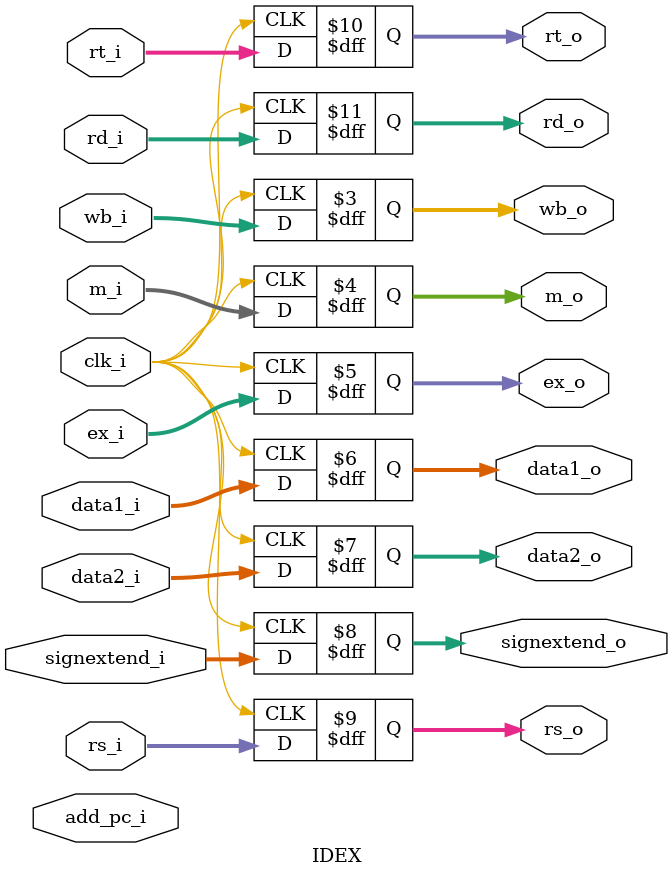
<source format=v>
module IDEX
(
  clk_i, 
  wb_i,       
  m_i,        
  ex_i,        
  add_pc_i,    
  data1_i,     
  data2_i,     
  signextend_i,
  rs_i,        
  rt_i,        
  rd_i,        

  wb_o,        
  m_o,        
  ex_o,        
  data1_o,     
  data2_o,     
  signextend_o,
  rs_o,        
  rt_o,        
  rd_o         
);

input clk_i;
input [1:0] wb_i;
input [1:0] m_i;
input [3:0] ex_i;
input [31:0] add_pc_i;
input [31:0] data1_i;
input [31:0] data2_i;
input [31:0] signextend_i;
input [4:0]  rs_i;
input [4:0]  rt_i;
input [4:0]  rd_i;

output [1:0] wb_o;
output [1:0] m_o;
output [3:0] ex_o;
output [31:0] data1_o;
output [31:0] data2_o;
output [31:0] signextend_o;
output [4:0]  rs_o;
output [4:0]  rt_o;
output [4:0]  rd_o;

reg [1:0] wb_o;
reg [1:0] m_o;
reg [3:0] ex_o;
reg [31:0] data1_o;
reg [31:0] data2_o;
reg [31:0] signextend_o;
reg [4:0]  rs_o;
reg [4:0]  rt_o;
reg [4:0]  rd_o;

initial begin #10
  wb_o = 0;
	m_o = 0;
	ex_o = 0;
	data1_o = 0;
	data2_o = 0;
	signextend_o = 0;
	rs_o = 0;
	rt_o = 0;
	rd_o = 0;
end

always@(posedge clk_i) begin
  wb_o <= wb_i;
	m_o <= m_i;
	ex_o <= ex_i;
	data1_o <= data1_i;
	data2_o <= data2_i;
	signextend_o <= signextend_i;
	rs_o <= rs_i;
	rt_o <= rt_i;
	rd_o <= rd_i;
end

endmodule

</source>
